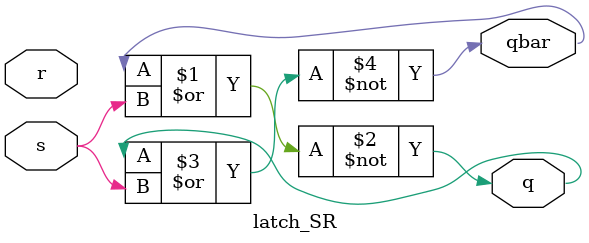
<source format=v>
`timescale 1ns / 1ps


module latch_SR(
    input s,
    input r,
    output q,
    output qbar
    );
    nor (q,qbar,s);
    nor (qbar,q,s);
    
endmodule

</source>
